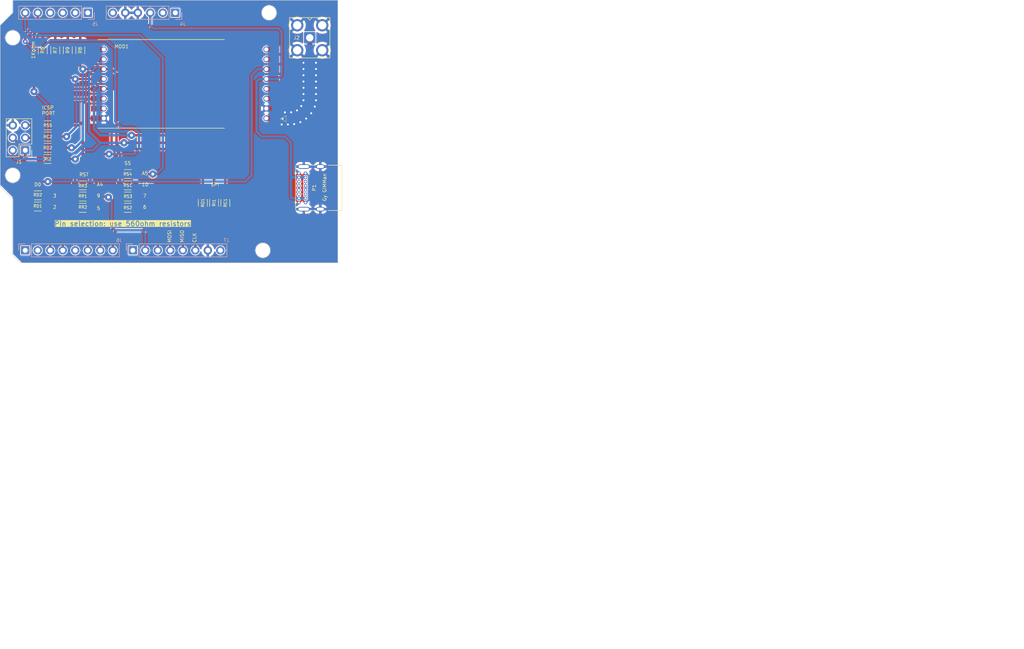
<source format=kicad_pcb>
(kicad_pcb (version 20240108) (generator "pcbnew") (generator_version "8.0")
  (title_block (title "Nodo Arduino") (date "2023-11-14") (rev "1.1") (company "Apogeo Space") (comment 1 "By GiMMan"))
  (layers (0 "F.Cu" signal) (31 "B.Cu" signal) (34 "B.Paste" user) (35 "F.Paste" user) (36 "B.SilkS" user "B.Silkscreen") (37 "F.SilkS" user "F.Silkscreen") (38 "B.Mask" user) (39 "F.Mask" user) (44 "Edge.Cuts" user))
  (net 0 "")
  (net 1 "D0")
  (net 2 "RST")
  (net 9 "+5V")
  (net 10 "GND")
  (net 11 "SS")
  (net 12 "CLK")
  (net 13 "MISO")
  (net 14 "MOSI")
  (net 15 "Net-(J2-In)")
  (net 23 "Net-(J5-Pin_5)")
  (net 24 "Net-(J5-Pin_6)")
  (net 27 "Net-(J6-Pin_3)")
  (net 28 "Net-(J6-Pin_4)")
  (net 30 "Net-(J6-Pin_6)")
  (net 31 "Net-(J6-Pin_7)")
  (net 32 "Net-(J6-Pin_8)")
  (net 34 "Net-(J7-Pin_2)")
  (net 35 "Net-(J7-Pin_3)")
  (net 36 "Net-(J7-Pin_4)")
  (net 37 "Net-(J7-Pin_6)")
  (net 39 "Net-(P1-D+-PadA6)")
  (net 41 "Net-(P1-D+-PadB6)")
  (net 43 "Net-(J1-Pin_1)")
  (net 44 "Net-(J1-Pin_3)")
  (net 45 "Net-(J1-Pin_4)")
  (net 46 "Net-(J1-Pin_5)")
  (net 47 "Net-(J7-Pin_5)")
  (footprint "Resistor_SMD:R_1206_3216Metric_Pad1.30x1.75mm_HandSolder" (layer "F.Cu") (at 83.82 87.884)
    (property "Reference" "RD2" (at 0 -0.093 0) (layer "F.SilkS") (effects (font (size 0.6 0.6) (thickness 0.1))))
    (property "Value" "0" (hide yes))
    (pad "1" smd roundrect (at -1.55 0) (size 1.3 1.75) (layers "F.Cu" "F.Paste" "F.Mask") (roundrect_rratio 0.1923076923) (net 1 "D0"))
    (pad "2" smd roundrect (at 1.55 0) (size 1.3 1.75) (layers "F.Cu" "F.Paste" "F.Mask") (roundrect_rratio 0.1923076923) (net 28 "Net-(J6-Pin_4)"))
  )
  (footprint "Resistor_SMD:R_1206_3216Metric_Pad1.30x1.75mm_HandSolder" (layer "F.Cu") (at 102.108 85.852)
    (property "Reference" "RS1" (at 0 0 0) (layer "F.SilkS") (effects (font (size 0.6 0.6) (thickness 0.1))))
    (property "Value" "560" (hide yes))
    (pad "1" smd roundrect (at -1.55 0) (size 1.3 1.75) (layers "F.Cu" "F.Paste" "F.Mask") (roundrect_rratio 0.1923076923) (net 11 "SS"))
    (pad "2" smd roundrect (at 1.55 0) (size 1.3 1.75) (layers "F.Cu" "F.Paste" "F.Mask") (roundrect_rratio 0.1923076923) (net 35 "Net-(J7-Pin_3)"))
  )
  (footprint "Resistor_SMD:R_1206_3216Metric_Pad1.30x1.75mm_HandSolder" (layer "F.Cu") (at 119.634 89.408 -90)
    (property "Reference" "RI1" (at 0 0 90) (layer "F.SilkS") (effects (font (size 0.6 0.6) (thickness 0.1))))
    (property "Value" "560" (hide yes))
    (pad "1" smd roundrect (at -1.55 0 270) (size 1.3 1.75) (layers "F.Cu" "F.Paste" "F.Mask") (roundrect_rratio 0.1923076923) (net 13 "MISO"))
    (pad "2" smd roundrect (at 1.55 0 270) (size 1.3 1.75) (layers "F.Cu" "F.Paste" "F.Mask") (roundrect_rratio 0.1923076923) (net 47 "Net-(J7-Pin_5)"))
  )
  (footprint "Resistor_SMD:R_1206_3216Metric_Pad1.30x1.75mm_HandSolder" (layer "F.Cu") (at 85.852 73.66)
    (property "Reference" "RS5" (at 0 0 0) (layer "F.SilkS") (effects (font (size 0.6 0.6) (thickness 0.1))))
    (property "Value" "560" (hide yes))
    (pad "1" smd roundrect (at -1.55 0) (size 1.3 1.75) (layers "F.Cu" "F.Paste" "F.Mask") (roundrect_rratio 0.1923076923) (net 46 "Net-(J1-Pin_5)"))
    (pad "2" smd roundrect (at 1.55 0) (size 1.3 1.75) (layers "F.Cu" "F.Paste" "F.Mask") (roundrect_rratio 0.1923076923) (net 2 "RST"))
  )
  (footprint "Resistor_SMD:R_1206_3216Metric_Pad1.30x1.75mm_HandSolder" (layer "F.Cu") (at 92.964 90.424)
    (property "Reference" "RR2" (at 0 -0.129 0) (layer "F.SilkS") (effects (font (size 0.6 0.6) (thickness 0.1))))
    (property "Value" "560" (hide yes))
    (pad "1" smd roundrect (at -1.55 0) (size 1.3 1.75) (layers "F.Cu" "F.Paste" "F.Mask") (roundrect_rratio 0.1923076923) (net 2 "RST"))
    (pad "2" smd roundrect (at 1.55 0) (size 1.3 1.75) (layers "F.Cu" "F.Paste" "F.Mask") (roundrect_rratio 0.1923076923) (net 30 "Net-(J6-Pin_6)"))
  )
  (footprint "Resistor_SMD:R_1206_3216Metric_Pad1.30x1.75mm_HandSolder" (layer "F.Cu") (at 117.348 89.408 -90)
    (property "Reference" "RO1" (at 0 0 90) (layer "F.SilkS") (effects (font (size 0.6 0.6) (thickness 0.1))))
    (property "Value" "560" (hide yes))
    (pad "1" smd roundrect (at -1.55 0 270) (size 1.3 1.75) (layers "F.Cu" "F.Paste" "F.Mask") (roundrect_rratio 0.1923076923) (net 14 "MOSI"))
    (pad "2" smd roundrect (at 1.55 0 270) (size 1.3 1.75) (layers "F.Cu" "F.Paste" "F.Mask") (roundrect_rratio 0.1923076923) (net 36 "Net-(J7-Pin_4)"))
  )
  (footprint "Resistor_SMD:R_1206_3216Metric_Pad1.30x1.75mm_HandSolder" (layer "F.Cu") (at 83.82 90.17)
    (property "Reference" "RD1" (at 0 -0.105 0) (layer "F.SilkS") (effects (font (size 0.6 0.6) (thickness 0.1))))
    (property "Value" "0" (hide yes))
    (pad "1" smd roundrect (at -1.55 0) (size 1.3 1.75) (layers "F.Cu" "F.Paste" "F.Mask") (roundrect_rratio 0.1923076923) (net 1 "D0"))
    (pad "2" smd roundrect (at 1.55 0) (size 1.3 1.75) (layers "F.Cu" "F.Paste" "F.Mask") (roundrect_rratio 0.1923076923) (net 27 "Net-(J6-Pin_3)"))
  )
  (footprint "Resistor_SMD:R_1206_3216Metric_Pad1.30x1.75mm_HandSolder" (layer "F.Cu") (at 85.852 78.232)
    (property "Reference" "RO2" (at 0 0 0) (layer "F.SilkS") (effects (font (size 0.6 0.6) (thickness 0.1))))
    (property "Value" "560" (hide yes))
    (pad "1" smd roundrect (at -1.55 0) (size 1.3 1.75) (layers "F.Cu" "F.Paste" "F.Mask") (roundrect_rratio 0.1923076923) (net 45 "Net-(J1-Pin_4)"))
    (pad "2" smd roundrect (at 1.55 0) (size 1.3 1.75) (layers "F.Cu" "F.Paste" "F.Mask") (roundrect_rratio 0.1923076923) (net 14 "MOSI"))
  )
  (footprint "Connettori_P:USB_C_Receptacle_GCT_USB4085" (layer "F.Cu") (at 136.864 89.342 90)
    (property "Reference" "P1" (at 2.982 3.09 90) (layer "F.SilkS") (effects (font (size 0.7 0.7) (thickness 0.1))))
    (property "Value" "USB_C_Plug_USB2.0" (hide yes))
    (pad "A1" thru_hole circle (at 0 0 90) (size 0.7 0.7) (drill 0.4) (layers "*.Cu" "*.Mask") (net 10 "GND"))
    (pad "A4" thru_hole circle (at 0.85 0 90) (size 0.7 0.7) (drill 0.4) (layers "*.Cu" "*.Mask") (net 9 "+5V"))
    (pad "A5" thru_hole circle (at 1.7 0 90) (size 0.7 0.7) (drill 0.4) (layers "*.Cu" "*.Mask"))
    (pad "A6" thru_hole circle (at 2.55 0 90) (size 0.7 0.7) (drill 0.4) (layers "*.Cu" "*.Mask") (net 39 "Net-(P1-D+-PadA6)"))
    (pad "A7" thru_hole circle (at 3.4 0 90) (size 0.7 0.7) (drill 0.4) (layers "*.Cu" "*.Mask") (net 39 "Net-(P1-D+-PadA6)"))
    (pad "A8" thru_hole circle (at 4.25 0 90) (size 0.7 0.7) (drill 0.4) (layers "*.Cu" "*.Mask"))
    (pad "A9" thru_hole circle (at 5.1 0 90) (size 0.7 0.7) (drill 0.4) (layers "*.Cu" "*.Mask") (net 9 "+5V"))
    (pad "A12" thru_hole circle (at 5.95 0 90) (size 0.7 0.7) (drill 0.4) (layers "*.Cu" "*.Mask") (net 10 "GND"))
    (pad "B1" thru_hole circle (at 5.95 1.35 90) (size 0.7 0.7) (drill 0.4) (layers "*.Cu" "*.Mask") (net 10 "GND"))
    (pad "B4" thru_hole circle (at 5.1 1.35 90) (size 0.7 0.7) (drill 0.4) (layers "*.Cu" "*.Mask") (net 9 "+5V"))
    (pad "B5" thru_hole circle (at 4.25 1.35 90) (size 0.7 0.7) (drill 0.4) (layers "*.Cu" "*.Mask"))
    (pad "B6" thru_hole circle (at 3.4 1.35 90) (size 0.7 0.7) (drill 0.4) (layers "*.Cu" "*.Mask") (net 41 "Net-(P1-D+-PadB6)"))
    (pad "B7" thru_hole circle (at 2.55 1.35 90) (size 0.7 0.7) (drill 0.4) (layers "*.Cu" "*.Mask") (net 41 "Net-(P1-D+-PadB6)"))
    (pad "B8" thru_hole circle (at 1.7 1.35 90) (size 0.7 0.7) (drill 0.4) (layers "*.Cu" "*.Mask"))
    (pad "B9" thru_hole circle (at 0.85 1.35 90) (size 0.7 0.7) (drill 0.4) (layers "*.Cu" "*.Mask") (net 9 "+5V"))
    (pad "B12" thru_hole circle (at 0 1.35 90) (size 0.7 0.7) (drill 0.4) (layers "*.Cu" "*.Mask") (net 10 "GND"))
    (pad "S1" thru_hole oval (at -1.35 0.98 90) (size 0.9 2.4) (drill oval 0.6 2.1) (layers "*.Cu" "*.Mask") (net 10 "GND"))
    (pad "S1" thru_hole oval (at -1.35 4.36 90) (size 0.9 1.7) (drill oval 0.6 1.4) (layers "*.Cu" "*.Mask") (net 10 "GND"))
    (pad "S1" thru_hole oval (at 7.3 0.98 90) (size 0.9 2.4) (drill oval 0.6 2.1) (layers "*.Cu" "*.Mask") (net 10 "GND"))
    (pad "S1" thru_hole oval (at 7.3 4.36 90) (size 0.9 1.7) (drill oval 0.6 1.4) (layers "*.Cu" "*.Mask") (net 10 "GND"))
  )
  (footprint "Resistor_SMD:R_1206_3216Metric_Pad1.30x1.75mm_HandSolder" (layer "F.Cu") (at 102.108 90.424)
    (property "Reference" "RS2" (at 0 -0.012 0) (layer "F.SilkS") (effects (font (size 0.6 0.6) (thickness 0.1))))
    (property "Value" "560" (hide yes))
    (pad "1" smd roundrect (at -1.55 0) (size 1.3 1.75) (layers "F.Cu" "F.Paste" "F.Mask") (roundrect_rratio 0.1923076923) (net 11 "SS"))
    (pad "2" smd roundrect (at 1.55 0) (size 1.3 1.75) (layers "F.Cu" "F.Paste" "F.Mask") (roundrect_rratio 0.1923076923) (net 31 "Net-(J6-Pin_7)"))
  )
  (footprint "Acies:XCVR_RFM98PW" (layer "F.Cu") (at 113.74 65.25 180)
    (property "Reference" "MOD1" (at 12.902 7.592 0) (layer "F.SilkS") (effects (font (size 0.7 0.7) (thickness 0.1))))
    (property "Value" "RFM98PW" (hide yes))
    (pad "1" smd rect (at -17.7 -7 180) (size 2.8 1.2) (layers "F.Cu" "F.Paste" "F.Mask") (net 15 "Net-(J2-In)"))
    (pad "1" thru_hole circle (at -16.5 -7 180) (size 1.2 1.2) (drill 0.8) (layers "*.Cu" "*.Mask") (net 15 "Net-(J2-In)"))
    (pad "2" smd rect (at -17.7 -5 180) (size 2.8 1.2) (layers "F.Cu" "F.Paste" "F.Mask") (net 10 "GND"))
    (pad "2" thru_hole circle (at -16.5 -5 180) (size 1.2 1.2) (drill 0.8) (layers "*.Cu" "*.Mask") (net 10 "GND"))
    (pad "3" smd rect (at -17.7 -3 180) (size 2.8 1.2) (layers "F.Cu" "F.Paste" "F.Mask"))
    (pad "3" thru_hole circle (at -16.5 -3 180) (size 1.2 1.2) (drill 0.8) (layers "*.Cu" "*.Mask"))
    (pad "4" smd rect (at -17.7 -1 180) (size 2.8 1.2) (layers "F.Cu" "F.Paste" "F.Mask"))
    (pad "4" thru_hole circle (at -16.5 -1 180) (size 1.2 1.2) (drill 0.8) (layers "*.Cu" "*.Mask"))
    (pad "5" smd rect (at -17.7 1 180) (size 2.8 1.2) (layers "F.Cu" "F.Paste" "F.Mask") (net 9 "+5V"))
    (pad "5" thru_hole circle (at -16.5 1 180) (size 1.2 1.2) (drill 0.8) (layers "*.Cu" "*.Mask") (net 9 "+5V"))
    (pad "6" smd rect (at -17.7 3 180) (size 2.8 1.2) (layers "F.Cu" "F.Paste" "F.Mask") (net 1 "D0"))
    (pad "6" thru_hole circle (at -16.5 3 180) (size 1.2 1.2) (drill 0.8) (layers "*.Cu" "*.Mask") (net 1 "D0"))
    (pad "7" smd rect (at -17.7 5 180) (size 2.8 1.2) (layers "F.Cu" "F.Paste" "F.Mask"))
    (pad "7" thru_hole circle (at -16.5 5 180) (size 1.2 1.2) (drill 0.8) (layers "*.Cu" "*.Mask"))
    (pad "8" smd rect (at -17.7 7 180) (size 2.8 1.2) (layers "F.Cu" "F.Paste" "F.Mask"))
    (pad "8" thru_hole circle (at -16.5 7 180) (size 1.2 1.2) (drill 0.8) (layers "*.Cu" "*.Mask"))
    (pad "9" thru_hole circle (at 16.5 7 180) (size 1.2 1.2) (drill 0.8) (layers "*.Cu" "*.Mask"))
    (pad "9" smd rect (at 17.7 7 180) (size 2.8 1.2) (layers "F.Cu" "F.Paste" "F.Mask"))
    (pad "10" thru_hole circle (at 16.5 5 180) (size 1.2 1.2) (drill 0.8) (layers "*.Cu" "*.Mask") (net 13 "MISO"))
    (pad "10" smd rect (at 17.7 5 180) (size 2.8 1.2) (layers "F.Cu" "F.Paste" "F.Mask") (net 13 "MISO"))
    (pad "11" thru_hole circle (at 16.5 3 180) (size 1.2 1.2) (drill 0.8) (layers "*.Cu" "*.Mask") (net 14 "MOSI"))
    (pad "11" smd rect (at 17.7 3 180) (size 2.8 1.2) (layers "F.Cu" "F.Paste" "F.Mask") (net 14 "MOSI"))
    (pad "12" thru_hole circle (at 16.5 1 180) (size 1.2 1.2) (drill 0.8) (layers "*.Cu" "*.Mask") (net 12 "CLK"))
    (pad "12" smd rect (at 17.7 1 180) (size 2.8 1.2) (layers "F.Cu" "F.Paste" "F.Mask") (net 12 "CLK"))
    (pad "13" thru_hole circle (at 16.5 -1 180) (size 1.2 1.2) (drill 0.8) (layers "*.Cu" "*.Mask") (net 11 "SS"))
    (pad "13" smd rect (at 17.7 -1 180) (size 2.8 1.2) (layers "F.Cu" "F.Paste" "F.Mask") (net 11 "SS"))
    (pad "14" thru_hole circle (at 16.5 -3 180) (size 1.2 1.2) (drill 0.8) (layers "*.Cu" "*.Mask") (net 2 "RST"))
    (pad "14" smd rect (at 17.7 -3 180) (size 2.8 1.2) (layers "F.Cu" "F.Paste" "F.Mask") (net 2 "RST"))
    (pad "15" thru_hole circle (at 16.5 -5 180) (size 1.2 1.2) (drill 0.8) (layers "*.Cu" "*.Mask"))
    (pad "15" smd rect (at 17.7 -5 180) (size 2.8 1.2) (layers "F.Cu" "F.Paste" "F.Mask"))
    (pad "16" thru_hole circle (at 16.5 -7 180) (size 1.2 1.2) (drill 0.8) (layers "*.Cu" "*.Mask") (net 10 "GND"))
    (pad "16" smd rect (at 17.7 -7 180) (size 2.8 1.2) (layers "F.Cu" "F.Paste" "F.Mask") (net 10 "GND"))
    (pad "17" smd roundrect (at -3.1 1.75 180) (size 11.6 4.7) (layers "F.Cu" "F.Paste" "F.Mask") (net 10 "GND"))
  )
  (footprint "Resistor_SMD:R_1206_3216Metric_Pad1.30x1.75mm_HandSolder" (layer "F.Cu") (at 85.852 80.518)
    (property "Reference" "RI2" (at 0 0 0) (layer "F.SilkS") (effects (font (size 0.6 0.6) (thickness 0.1))))
    (property "Value" "560" (hide yes))
    (pad "1" smd roundrect (at -1.55 0) (size 1.3 1.75) (layers "F.Cu" "F.Paste" "F.Mask") (roundrect_rratio 0.1923076923) (net 43 "Net-(J1-Pin_1)"))
    (pad "2" smd roundrect (at 1.55 0) (size 1.3 1.75) (layers "F.Cu" "F.Paste" "F.Mask") (roundrect_rratio 0.1923076923) (net 13 "MISO"))
  )
  (footprint "Resistor_SMD:R_1206_3216Metric_Pad1.30x1.75mm_HandSolder" (layer "F.Cu") (at 89.916 58.42 90)
    (property "Reference" "R9" (at 0.026 0 90) (layer "F.SilkS") (effects (font (size 0.7 0.7) (thickness 0.1))))
    (property "Value" "1K" (hide yes))
    (pad "1" smd roundrect (at -1.55 0 90) (size 1.3 1.75) (layers "F.Cu" "F.Paste" "F.Mask") (roundrect_rratio 0.1923076923) (net 12 "CLK"))
    (pad "2" smd roundrect (at 1.55 0 90) (size 1.3 1.75) (layers "F.Cu" "F.Paste" "F.Mask") (roundrect_rratio 0.1923076923) (net 10 "GND"))
  )
  (footprint "Resistor_SMD:R_1206_3216Metric_Pad1.30x1.75mm_HandSolder" (layer "F.Cu") (at 92.456 58.42 90)
    (property "Reference" "R8" (at 0 -0.024 90) (layer "F.SilkS") (effects (font (size 0.7 0.7) (thickness 0.1))))
    (property "Value" "1K" (hide yes))
    (pad "1" smd roundrect (at -1.55 0 90) (size 1.3 1.75) (layers "F.Cu" "F.Paste" "F.Mask") (roundrect_rratio 0.1923076923) (net 14 "MOSI"))
    (pad "2" smd roundrect (at 1.55 0 90) (size 1.3 1.75) (layers "F.Cu" "F.Paste" "F.Mask") (roundrect_rratio 0.1923076923) (net 10 "GND"))
  )
  (footprint "Resistor_SMD:R_1206_3216Metric_Pad1.30x1.75mm_HandSolder" (layer "F.Cu") (at 102.108 83.566 180)
    (property "Reference" "RS4" (at 0.026 0 0) (layer "F.SilkS") (effects (font (size 0.6 0.6) (thickness 0.1))))
    (property "Value" "560" (hide yes))
    (pad "1" smd roundrect (at -1.55 0 180) (size 1.3 1.75) (layers "F.Cu" "F.Paste" "F.Mask") (roundrect_rratio 0.1923076923) (net 24 "Net-(J5-Pin_6)"))
    (pad "2" smd roundrect (at 1.55 0 180) (size 1.3 1.75) (layers "F.Cu" "F.Paste" "F.Mask") (roundrect_rratio 0.1923076923) (net 11 "SS"))
  )
  (footprint "Resistor_SMD:R_1206_3216Metric_Pad1.30x1.75mm_HandSolder" (layer "F.Cu") (at 92.964 85.852 180)
    (property "Reference" "RR3" (at 0 -0.117 0) (layer "F.SilkS") (effects (font (size 0.6 0.6) (thickness 0.1))))
    (property "Value" "560" (hide yes))
    (pad "1" smd roundrect (at -1.55 0 180) (size 1.3 1.75) (layers "F.Cu" "F.Paste" "F.Mask") (roundrect_rratio 0.1923076923) (net 23 "Net-(J5-Pin_5)"))
    (pad "2" smd roundrect (at 1.55 0 180) (size 1.3 1.75) (layers "F.Cu" "F.Paste" "F.Mask") (roundrect_rratio 0.1923076923) (net 2 "RST"))
  )
  (footprint "Resistor_SMD:R_1206_3216Metric_Pad1.30x1.75mm_HandSolder" (layer "F.Cu") (at 84.836 58.42 90)
    (property "Reference" "R6" (at 0 -0.072 90) (layer "F.SilkS") (effects (font (size 0.7 0.7) (thickness 0.1))))
    (property "Value" "1K" (hide yes))
    (pad "1" smd roundrect (at -1.55 0 90) (size 1.3 1.75) (layers "F.Cu" "F.Paste" "F.Mask") (roundrect_rratio 0.1923076923) (net 2 "RST"))
    (pad "2" smd roundrect (at 1.55 0 90) (size 1.3 1.75) (layers "F.Cu" "F.Paste" "F.Mask") (roundrect_rratio 0.1923076923) (net 10 "GND"))
  )
  (footprint "Amphenol:SMA_Amphenol_901-143_Horizontal" (layer "F.Cu") (at 139.065 55.88 -90)
    (property "Reference" "J2" (at 0 2.667 180) (layer "F.SilkS") (effects (font (size 0.7 0.7) (thickness 0.1))))
    (property "Value" "Conn_Coaxial" (hide yes))
    (pad "1" thru_hole roundrect (at 0 0 270) (size 2.3 2.3) (drill 1.5) (layers "*.Cu" "*.Mask") (roundrect_rratio 0.087) (net 15 "Net-(J2-In)"))
    (pad "2" thru_hole circle (at -2.54 -2.54 270) (size 2.5 2.5) (drill 1.7) (layers "*.Cu" "*.Mask") (net 10 "GND"))
    (pad "2" thru_hole circle (at -2.54 2.54 270) (size 2.5 2.5) (drill 1.7) (layers "*.Cu" "*.Mask") (net 10 "GND"))
    (pad "2" thru_hole circle (at 2.54 -2.54 270) (size 2.5 2.5) (drill 1.7) (layers "*.Cu" "*.Mask") (net 10 "GND"))
    (pad "2" thru_hole circle (at 2.54 2.54 270) (size 2.5 2.5) (drill 1.7) (layers "*.Cu" "*.Mask") (net 10 "GND"))
  )
  (footprint "Resistor_SMD:R_1206_3216Metric_Pad1.30x1.75mm_HandSolder" (layer "F.Cu") (at 121.92 89.408 90)
    (property "Reference" "RC1" (at 0 0 90) (layer "F.SilkS") (effects (font (size 0.6 0.6) (thickness 0.1))))
    (property "Value" "560" (hide yes))
    (pad "1" smd roundrect (at -1.55 0 90) (size 1.3 1.75) (layers "F.Cu" "F.Paste" "F.Mask") (roundrect_rratio 0.1923076923) (net 37 "Net-(J7-Pin_6)"))
    (pad "2" smd roundrect (at 1.55 0 90) (size 1.3 1.75) (layers "F.Cu" "F.Paste" "F.Mask") (roundrect_rratio 0.1923076923) (net 12 "CLK"))
  )
  (footprint "Connector_PinHeader_2.54mm:PinHeader_2x03_P2.54mm_Vertical" (layer "F.Cu") (at 81.28 78.74 180)
    (property "Reference" "J1" (at 1.27 -2.33 0) (layer "F.SilkS") (effects (font (size 0.7 0.7) (thickness 0.1))))
    (property "Value" "Conn_02x03_Odd_Even" (hide yes))
    (pad "1" thru_hole rect (at 0 0 180) (size 1.7 1.7) (drill 1) (layers "*.Cu" "*.Mask") (net 43 "Net-(J1-Pin_1)"))
    (pad "2" thru_hole oval (at 2.54 0 180) (size 1.7 1.7) (drill 1) (layers "*.Cu" "*.Mask") (net 9 "+5V"))
    (pad "3" thru_hole oval (at 0 2.54 180) (size 1.7 1.7) (drill 1) (layers "*.Cu" "*.Mask") (net 44 "Net-(J1-Pin_3)"))
    (pad "4" thru_hole oval (at 2.54 2.54 180) (size 1.7 1.7) (drill 1) (layers "*.Cu" "*.Mask") (net 45 "Net-(J1-Pin_4)"))
    (pad "5" thru_hole oval (at 0 5.08 180) (size 1.7 1.7) (drill 1) (layers "*.Cu" "*.Mask") (net 46 "Net-(J1-Pin_5)"))
    (pad "6" thru_hole oval (at 2.54 5.08 180) (size 1.7 1.7) (drill 1) (layers "*.Cu" "*.Mask") (net 10 "GND"))
  )
  (footprint "Resistor_SMD:R_1206_3216Metric_Pad1.30x1.75mm_HandSolder" (layer "F.Cu") (at 92.964 88.138)
    (property "Reference" "RR1" (at 0 -0.084 0) (layer "F.SilkS") (effects (font (size 0.6 0.6) (thickness 0.1))))
    (property "Value" "560" (hide yes))
    (pad "1" smd roundrect (at -1.55 0) (size 1.3 1.75) (layers "F.Cu" "F.Paste" "F.Mask") (roundrect_rratio 0.1923076923) (net 2 "RST"))
    (pad "2" smd roundrect (at 1.55 0) (size 1.3 1.75) (layers "F.Cu" "F.Paste" "F.Mask") (roundrect_rratio 0.1923076923) (net 34 "Net-(J7-Pin_2)"))
  )
  (footprint "Resistor_SMD:R_1206_3216Metric_Pad1.30x1.75mm_HandSolder" (layer "F.Cu") (at 85.852 75.946 180)
    (property "Reference" "RC2" (at 0 -0.048 0) (layer "F.SilkS") (effects (font (size 0.6 0.6) (thickness 0.1))))
    (property "Value" "560" (hide yes))
    (pad "1" smd roundrect (at -1.55 0 180) (size 1.3 1.75) (layers "F.Cu" "F.Paste" "F.Mask") (roundrect_rratio 0.1923076923) (net 12 "CLK"))
    (pad "2" smd roundrect (at 1.55 0 180) (size 1.3 1.75) (layers "F.Cu" "F.Paste" "F.Mask") (roundrect_rratio 0.1923076923) (net 44 "Net-(J1-Pin_3)"))
  )
  (footprint "Resistor_SMD:R_1206_3216Metric_Pad1.30x1.75mm_HandSolder" (layer "F.Cu") (at 87.376 58.42 90)
    (property "Reference" "R7" (at 0 0 90) (layer "F.SilkS") (effects (font (size 0.7 0.7) (thickness 0.1))))
    (property "Value" "1K" (hide yes))
    (pad "1" smd roundrect (at -1.55 0 90) (size 1.3 1.75) (layers "F.Cu" "F.Paste" "F.Mask") (roundrect_rratio 0.1923076923) (net 11 "SS"))
    (pad "2" smd roundrect (at 1.55 0 90) (size 1.3 1.75) (layers "F.Cu" "F.Paste" "F.Mask") (roundrect_rratio 0.1923076923) (net 10 "GND"))
  )
  (footprint "Resistor_SMD:R_1206_3216Metric_Pad1.30x1.75mm_HandSolder" (layer "F.Cu") (at 102.108 88.138)
    (property "Reference" "RS3" (at 0.026 -0.024 0) (layer "F.SilkS") (effects (font (size 0.6 0.6) (thickness 0.1))))
    (property "Value" "560" (hide yes))
    (pad "1" smd roundrect (at -1.55 0) (size 1.3 1.75) (layers "F.Cu" "F.Paste" "F.Mask") (roundrect_rratio 0.1923076923) (net 11 "SS"))
    (pad "2" smd roundrect (at 1.55 0) (size 1.3 1.75) (layers "F.Cu" "F.Paste" "F.Mask") (roundrect_rratio 0.1923076923) (net 32 "Net-(J6-Pin_8)"))
  )
  (footprint "Connector_PinHeader_2.54mm:PinHeader_1x06_P2.54mm_Vertical" (layer "B.Cu") (at 111.76 50.8 90)
    (property "Reference" "J4" (at -2.286 1.524 180) (layer "B.SilkS") (effects (font (size 0.7 0.7) (thickness 0.1)) (justify mirror)))
    (property "Value" "Conn_01x06_Pin" (hide yes))
    (pad "1" thru_hole rect (at 0 0 90) (size 1.7 1.7) (drill 1) (layers "*.Cu" "*.Mask"))
    (pad "2" thru_hole oval (at 0 -2.54 90) (size 1.7 1.7) (drill 1) (layers "*.Cu" "*.Mask"))
    (pad "3" thru_hole oval (at 0 -5.08 90) (size 1.7 1.7) (drill 1) (layers "*.Cu" "*.Mask") (net 9 "+5V"))
    (pad "4" thru_hole oval (at 0 -7.62 90) (size 1.7 1.7) (drill 1) (layers "*.Cu" "*.Mask") (net 10 "GND"))
    (pad "5" thru_hole oval (at 0 -10.16 90) (size 1.7 1.7) (drill 1) (layers "*.Cu" "*.Mask") (net 10 "GND"))
    (pad "6" thru_hole oval (at 0 -12.7 90) (size 1.7 1.7) (drill 1) (layers "*.Cu" "*.Mask"))
  )
  (footprint "Connector_PinHeader_2.54mm:PinHeader_1x08_P2.54mm_Vertical" (layer "B.Cu") (at 103.124 99.06 -90)
    (property "Reference" "J7" (at -2.032 -19.05 180) (layer "B.SilkS") (effects (font (size 0.7 0.7) (thickness 0.1)) (justify mirror)))
    (property "Value" "Conn_01x08_Pin" (hide yes))
    (pad "1" thru_hole rect (at 0 0 270) (size 1.7 1.7) (drill 1) (layers "*.Cu" "*.Mask"))
    (pad "2" thru_hole oval (at 0 -2.54 270) (size 1.7 1.7) (drill 1) (layers "*.Cu" "*.Mask") (net 34 "Net-(J7-Pin_2)"))
    (pad "3" thru_hole oval (at 0 -5.08 270) (size 1.7 1.7) (drill 1) (layers "*.Cu" "*.Mask") (net 35 "Net-(J7-Pin_3)"))
    (pad "4" thru_hole oval (at 0 -7.62 270) (size 1.7 1.7) (drill 1) (layers "*.Cu" "*.Mask") (net 36 "Net-(J7-Pin_4)"))
    (pad "5" thru_hole oval (at 0 -10.16 270) (size 1.7 1.7) (drill 1) (layers "*.Cu" "*.Mask") (net 47 "Net-(J7-Pin_5)"))
    (pad "6" thru_hole oval (at 0 -12.7 270) (size 1.7 1.7) (drill 1) (layers "*.Cu" "*.Mask") (net 37 "Net-(J7-Pin_6)"))
    (pad "7" thru_hole oval (at 0 -15.24 270) (size 1.7 1.7) (drill 1) (layers "*.Cu" "*.Mask") (net 10 "GND"))
    (pad "8" thru_hole oval (at 0 -17.78 270) (size 1.7 1.7) (drill 1) (layers "*.Cu" "*.Mask"))
  )
  (footprint "Connector_PinHeader_2.54mm:PinHeader_1x08_P2.54mm_Vertical" (layer "B.Cu") (at 81.28 99.06 -90)
    (property "Reference" "J6" (at -2.032 -19.05 180) (layer "B.SilkS") (effects (font (size 0.7 0.7) (thickness 0.1)) (justify mirror)))
    (property "Value" "Conn_01x08_Pin" (hide yes))
    (pad "1" thru_hole rect (at 0 0 270) (size 1.7 1.7) (drill 1) (layers "*.Cu" "*.Mask"))
    (pad "2" thru_hole oval (at 0 -2.54 270) (size 1.7 1.7) (drill 1) (layers "*.Cu" "*.Mask"))
    (pad "3" thru_hole oval (at 0 -5.08 270) (size 1.7 1.7) (drill 1) (layers "*.Cu" "*.Mask") (net 27 "Net-(J6-Pin_3)"))
    (pad "4" thru_hole oval (at 0 -7.62 270) (size 1.7 1.7) (drill 1) (layers "*.Cu" "*.Mask") (net 28 "Net-(J6-Pin_4)"))
    (pad "5" thru_hole oval (at 0 -10.16 270) (size 1.7 1.7) (drill 1) (layers "*.Cu" "*.Mask"))
    (pad "6" thru_hole oval (at 0 -12.7 270) (size 1.7 1.7) (drill 1) (layers "*.Cu" "*.Mask") (net 30 "Net-(J6-Pin_6)"))
    (pad "7" thru_hole oval (at 0 -15.24 270) (size 1.7 1.7) (drill 1) (layers "*.Cu" "*.Mask") (net 31 "Net-(J6-Pin_7)"))
    (pad "8" thru_hole oval (at 0 -17.78 270) (size 1.7 1.7) (drill 1) (layers "*.Cu" "*.Mask") (net 32 "Net-(J6-Pin_8)"))
  )
  (footprint "Connector_PinHeader_2.54mm:PinHeader_1x06_P2.54mm_Vertical" (layer "B.Cu") (at 93.98 50.8 90)
    (property "Reference" "J5" (at -2.286 1.524 180) (layer "B.SilkS") (effects (font (size 0.7 0.7) (thickness 0.1)) (justify mirror)))
    (property "Value" "Conn_01x06_Pin" (hide yes))
    (pad "1" thru_hole rect (at 0 0 90) (size 1.7 1.7) (drill 1) (layers "*.Cu" "*.Mask"))
    (pad "2" thru_hole oval (at 0 -2.54 90) (size 1.7 1.7) (drill 1) (layers "*.Cu" "*.Mask"))
    (pad "3" thru_hole oval (at 0 -5.08 90) (size 1.7 1.7) (drill 1) (layers "*.Cu" "*.Mask"))
    (pad "4" thru_hole oval (at 0 -7.62 90) (size 1.7 1.7) (drill 1) (layers "*.Cu" "*.Mask"))
    (pad "5" thru_hole oval (at 0 -10.16 90) (size 1.7 1.7) (drill 1) (layers "*.Cu" "*.Mask") (net 23 "Net-(J5-Pin_5)"))
    (pad "6" thru_hole oval (at 0 -12.7 90) (size 1.7 1.7) (drill 1) (layers "*.Cu" "*.Mask") (net 24 "Net-(J5-Pin_6)"))
  )
  (gr_line (start 134.313393 71.681656) (end 134.313393 72.951656) (stroke (width 0.05)) (layer "F.SilkS"))
  (gr_line (start 133.043393 72.316656) (end 134.313393 71.681656) (stroke (width 0.05)) (layer "F.SilkS"))
  (gr_line (start 134.313393 72.951656) (end 133.043393 72.316656) (stroke (width 0.05)) (layer "F.SilkS"))
  (gr_line (start 144.78 48.26) (end 144.78 101.6) (stroke (width 0.1)) (layer "Edge.Cuts"))
  (gr_circle (center 130.81 50.8) (end 132.32 50.8) (stroke (width 0.1)) (fill none) (layer "Edge.Cuts"))
  (gr_line (start 76.2 86.106) (end 76.2 53.34) (stroke (width 0.1)) (layer "Edge.Cuts"))
  (gr_line (start 78.74 50.8) (end 78.74 48.26) (stroke (width 0.1)) (layer "Edge.Cuts"))
  (gr_line (start 80.264 101.6) (end 78.74 100.076) (stroke (width 0.1)) (layer "Edge.Cuts"))
  (gr_line (start 78.74 88.646) (end 76.2 86.106) (stroke (width 0.1)) (layer "Edge.Cuts"))
  (gr_line (start 78.74 48.26) (end 144.78 48.26) (stroke (width 0.1)) (layer "Edge.Cuts"))
  (gr_circle (center 78.74 83.82) (end 80.25 83.82) (stroke (width 0.1)) (fill none) (layer "Edge.Cuts"))
  (gr_line (start 78.74 100.076) (end 78.74 88.646) (stroke (width 0.1)) (layer "Edge.Cuts"))
  (gr_line (start 76.2 53.34) (end 78.74 50.8) (stroke (width 0.1)) (layer "Edge.Cuts"))
  (gr_circle (center 78.74 55.88) (end 80.25 55.88) (stroke (width 0.1)) (fill none) (layer "Edge.Cuts"))
  (gr_circle (center 129.54 99.06) (end 131.05 99.06) (stroke (width 0.1)) (fill none) (layer "Edge.Cuts"))
  (gr_line (start 144.78 101.6) (end 80.264 101.6) (stroke (width 0.1)) (layer "Edge.Cuts"))
  (gr_text "RST" (at 92.202 84.074 0) (layer "F.SilkS") (effects (font (size 0.7 0.7) (thickness 0.1)) (justify left bottom)))
  (gr_text "A4" (at 95.758 86.106 0) (layer "F.SilkS") (effects (font (size 0.7 0.7) (thickness 0.1)) (justify left bottom)))
  (gr_text "5" (at 95.758 90.932 0) (layer "F.SilkS") (effects (font (size 0.7 0.7) (thickness 0.1)) (justify left bottom)))
  (gr_text "3" (at 86.868 88.392 0) (layer "F.SilkS") (effects (font (size 0.7 0.7) (thickness 0.1)) (justify left bottom)))
  (gr_text "MOSI" (at 110.998 97.536 90) (layer "F.SilkS") (effects (font (size 0.7 0.7) (thickness 0.1)) (justify left bottom)))
  (gr_text "SPI" (at 118.872 86.106 0) (layer "F.SilkS") (effects (font (size 0.7 0.7) (thickness 0.1)) (justify left bottom)))
  (gr_text "Gy GiMMan" (at 142.494 89.154 90) (layer "F.SilkS") (effects (font (size 0.7 0.7) (thickness 0.1)) (justify left bottom)))
  (gr_text "MISO" (at 113.538 97.536 90) (layer "F.SilkS") (effects (font (size 0.7 0.7) (thickness 0.1)) (justify left bottom)))
  (gr_text "6" (at 105.156 90.678 0) (layer "F.SilkS") (effects (font (size 0.7 0.7) (thickness 0.1)) (justify left bottom)))
  (gr_text "2" (at 86.868 90.678 0) (layer "F.SilkS") (effects (font (size 0.7 0.7) (thickness 0.1)) (justify left bottom)))
  (gr_text "ICSP\nPORT" (at 84.582 71.628 0) (layer "F.SilkS") (effects (font (size 0.7 0.7) (thickness 0.1)) (justify left bottom)))
  (gr_text "7" (at 105.156 88.392 0) (layer "F.SilkS") (effects (font (size 0.7 0.7) (thickness 0.1)) (justify left bottom)))
  (gr_text "CLK" (at 116.078 97.536 90) (layer "F.SilkS") (effects (font (size 0.7 0.7) (thickness 0.1)) (justify left bottom)))
  (gr_text "Pin selection: use 560ohm resistors" (at 87.122 94.234 0) (layer "F.SilkS" knockout) (effects (font (size 1 1)) (justify left bottom)))
  (gr_text "9" (at 95.758 88.392 0) (layer "F.SilkS") (effects (font (size 0.7 0.7) (thickness 0.1)) (justify left bottom)))
  (gr_text "1Kohm" (at 83.312 60.198 90) (layer "F.SilkS") (effects (font (size 0.7 0.7) (thickness 0.1)) (justify left bottom)))
  (gr_text "A5" (at 104.902 83.82 0) (layer "F.SilkS") (effects (font (size 0.7 0.7) (thickness 0.1)) (justify left bottom)))
  (gr_text "SS" (at 101.346 81.788 0) (layer "F.SilkS") (effects (font (size 0.7 0.7) (thickness 0.1)) (justify left bottom)))
  (gr_text "D0" (at 83.058 86.106 0) (layer "F.SilkS") (effects (font (size 0.7 0.7) (thickness 0.1)) (justify left bottom)))
  (gr_text "10" (at 104.902 86.106 0) (layer "F.SilkS") (effects (font (size 0.7 0.7) (thickness 0.1)) (justify left bottom)))
  (segment (start 82.27 87.884) (end 82.27 85.878) (width 0.5) (layer "F.Cu") (net 1))
  (segment (start 83.058 85.09) (end 85.852 85.09) (width 0.5) (layer "F.Cu") (net 1))
  (segment (start 82.27 85.878) (end 83.058 85.09) (width 0.5) (layer "F.Cu") (net 1))
  (segment (start 82.27 90.17) (end 82.27 87.884) (width 0.5) (layer "F.Cu") (net 1))
  (via (at 85.852 85.09) (size 1.5) (drill 0.6) (layers "F.Cu" "B.Cu") (net 1))
  (segment (start 125.984 85.09) (end 127.254 83.82) (width 0.5) (layer "B.Cu") (net 1))
  (segment (start 85.852 85.09) (end 125.984 85.09) (width 0.5) (layer "B.Cu") (net 1))
  (segment (start 128.504 62.25) (end 130.24 62.25) (width 0.5) (layer "B.Cu") (net 1))
  (segment (start 127.254 83.82) (end 127.254 63.5) (width 0.5) (layer "B.Cu") (net 1))
  (segment (start 127.254 63.5) (end 128.504 62.25) (width 0.5) (layer "B.Cu") (net 1))
  (segment (start 86.03 68.25) (end 84.836 67.056) (width 0.5) (layer "F.Cu") (net 2))
  (segment (start 92.964 74.676) (end 92.964 72.898) (width 0.5) (layer "F.Cu") (net 2))
  (segment (start 93.98 68.25) (end 86.03 68.25) (width 0.5) (layer "F.Cu") (net 2))
  (segment (start 91.414 88.138) (end 91.414 85.852) (width 0.5) (layer "F.Cu") (net 2))
  (segment (start 97.24 68.25) (end 93.98 68.25) (width 0.5) (layer "F.Cu") (net 2))
  (segment (start 92.202 73.66) (end 92.964 72.898) (width 0.5) (layer "F.Cu") (net 2))
  (segment (start 92.964 72.898) (end 92.964 69.266) (width 0.5) (layer "F.Cu") (net 2))
  (segment (start 92.964 69.266) (end 93.98 68.25) (width 0.5) (layer "F.Cu") (net 2))
  (segment (start 84.836 59.97) (end 84.836 67.056) (width 0.5) (layer "F.Cu") (net 2))
  (segment (start 92.964 82.55) (end 91.414 84.1) (width 0.5) (layer "F.Cu") (net 2))
  (segment (start 87.402 73.66) (end 92.202 73.66) (width 0.5) (layer "F.Cu") (net 2))
  (segment (start 92.964 74.676) (end 92.964 82.55) (width 0.5) (layer "F.Cu") (net 2))
  (segment (start 91.414 84.1) (end 91.414 85.852) (width 0.5) (layer "F.Cu") (net 2))
  (segment (start 97.24 68.25) (end 96.808 67.818) (width 0.5) (layer "F.Cu") (net 2))
  (segment (start 91.414 90.424) (end 91.414 88.138) (width 0.5) (layer "F.Cu") (net 2))
  (segment (start 83.058 66.802) (end 83.058 55.118) (width 0.5) (layer "F.Cu") (net 9))
  (segment (start 105.41 54.356) (end 106.68 53.086) (width 0.5) (layer "F.Cu") (net 9))
  (segment (start 83.82 54.356) (end 105.41 54.356) (width 0.5) (layer "F.Cu") (net 9))
  (segment (start 106.68 53.086) (end 106.68 50.8) (width 0.5) (layer "F.Cu") (net 9))
  (segment (start 83.058 55.118) (end 83.82 54.356) (width 0.5) (layer "F.Cu") (net 9))
  (via (at 83.058 66.802) (size 1.5) (drill 0.6) (layers "F.Cu" "B.Cu") (net 9))
  (segment (start 132.715 53.975) (end 107.315 53.975) (width 0.5) (layer "B.Cu") (net 9))
  (segment (start 83.058 66.802) (end 85.852 69.596) (width 0.5) (layer "B.Cu") (net 9))
  (segment (start 128.27 64.77) (end 128.27 74.93) (width 0.5) (layer "B.Cu") (net 9))
  (segment (start 130.24 64.25) (end 132.6 64.25) (width 0.5) (layer "B.Cu") (net 9))
  (segment (start 106.68 53.34) (end 106.68 50.8) (width 0.5) (layer "B.Cu") (net 9))
  (segment (start 130.24 64.25) (end 128.79 64.25) (width 0.5) (layer "B.Cu") (net 9))
  (segment (start 128.79 64.25) (end 128.27 64.77) (width 0.5) (layer "B.Cu") (net 9))
  (segment (start 85.344 80.518) (end 79.248 80.518) (width 0.5) (layer "B.Cu") (net 9))
  (segment (start 85.852 69.596) (end 85.852 80.01) (width 0.5) (layer "B.Cu") (net 9))
  (segment (start 107.315 53.975) (end 106.68 53.34) (width 0.5) (layer "B.Cu") (net 9))
  (segment (start 133.35 63.5) (end 133.35 54.61) (width 0.5) (layer "B.Cu") (net 9))
  (segment (start 138.214 84.228) (end 136.864 84.228) (width 0.5) (layer "B.Cu") (net 9))
  (segment (start 135.468 88.478) (end 135.255 88.265) (width 0.5) (layer "B.Cu") (net 9))
  (segment (start 135.482 84.228) (end 135.255 84.455) (width 0.5) (layer "B.Cu") (net 9))
  (segment (start 136.864 88.478) (end 135.468 88.478) (width 0.5) (layer "B.Cu") (net 9))
  (segment (start 133.985 75.946) (end 135.255 77.216) (width 0.5) (layer "B.Cu") (net 9))
  (segment (start 135.255 77.216) (end 135.255 84.001) (width 0.5) (layer "B.Cu") (net 9))
  (segment (start 135.255 84.001) (end 135.482 84.228) (width 0.5) (layer "B.Cu") (net 9))
  (segment (start 129.286 75.946) (end 133.985 75.946) (width 0.5) (layer "B.Cu") (net 9))
  (segment (start 133.35 54.61) (end 132.715 53.975) (width 0.5) (layer "B.Cu") (net 9))
  (segment (start 79.248 80.518) (end 78.74 80.01) (width 0.5) (layer "B.Cu") (net 9))
  (segment (start 138.214 88.478) (end 136.864 88.478) (width 0.5) (layer "B.Cu") (net 9))
  (segment (start 85.852 80.01) (end 85.344 80.518) (width 0.5) (layer "B.Cu") (net 9))
  (segment (start 135.255 88.265) (end 135.255 84.455) (width 0.5) (layer "B.Cu") (net 9))
  (segment (start 132.6 64.25) (end 133.35 63.5) (width 0.5) (layer "B.Cu") (net 9))
  (segment (start 78.74 80.01) (end 78.74 78.74) (width 0.5) (layer "B.Cu") (net 9))
  (segment (start 136.864 84.228) (end 135.482 84.228) (width 0.5) (layer "B.Cu") (net 9))
  (segment (start 128.27 74.93) (end 129.286 75.946) (width 0.5) (layer "B.Cu") (net 9))
  (via (at 137.795 64.77) (size 0.8) (drill 0.4) (layers "F.Cu" "B.Cu") (net 10))
  (via (at 140.335 67.31) (size 0.8) (drill 0.4) (layers "F.Cu" "B.Cu") (net 10))
  (via (at 134.021308 71.032727) (size 0.8) (drill 0.4) (layers "F.Cu" "B.Cu") (net 10))
  (via (at 140.335 63.5) (size 0.8) (drill 0.4) (layers "F.Cu" "B.Cu") (net 10))
  (via (at 140.086617 69.859253) (size 0.8) (drill 0.4) (layers "F.Cu" "B.Cu") (net 10))
  (via (at 137.343797 69.760285) (size 0.8) (drill 0.4) (layers "F.Cu" "B.Cu") (net 10))
  (via (at 137.795 63.5) (size 0.8) (drill 0.4) (layers "F.Cu" "B.Cu") (net 10))
  (via (at 137.795 67.31) (size 0.8) (drill 0.4) (layers "F.Cu" "B.Cu") (net 10))
  (via (at 137.795 62.23) (size 0.8) (drill 0.4) (layers "F.Cu" "B.Cu") (net 10))
  (via (at 137.795 68.58) (size 0.8) (drill 0.4) (layers "F.Cu" "B.Cu") (net 10))
  (via (at 137.795 60.96) (size 0.8) (drill 0.4) (layers "F.Cu" "B.Cu") (net 10))
  (via (at 136.467225 70.636856) (size 0.8) (drill 0.4) (layers "F.Cu" "B.Cu") (net 10))
  (via (at 140.335 66.04) (size 0.8) (drill 0.4) (layers "F.Cu" "B.Cu") (net 10))
  (via (at 140.335 64.77) (size 0.8) (drill 0.4) (layers "F.Cu" "B.Cu") (net 10))
  (via (at 135.29375 71.018589) (size 0.8) (drill 0.4) (layers "F.Cu" "B.Cu") (net 10))
  (via (at 134.629253 73.492783) (size 0.8) (drill 0.4) (layers "F.Cu" "B.Cu") (net 10))
  (via (at 140.335 68.58) (size 0.8) (drill 0.4) (layers "F.Cu" "B.Cu") (net 10))
  (via (at 140.335 60.96) (size 0.8) (drill 0.4) (layers "F.Cu" "B.Cu") (net 10))
  (via (at 137.795 66.04) (size 0.8) (drill 0.4) (layers "F.Cu" "B.Cu") (net 10))
  (via (at 133.35681 73.492783) (size 0.8) (drill 0.4) (layers "F.Cu" "B.Cu") (net 10))
  (via (at 138.347613 72.291032) (size 0.8) (drill 0.4) (layers "F.Cu" "B.Cu") (net 10))
  (via (at 137.16 73.025) (size 0.8) (drill 0.4) (layers "F.Cu" "B.Cu") (net 10))
  (via (at 135.901695 73.422092) (size 0.8) (drill 0.4) (layers "F.Cu" "B.Cu") (net 10))
  (via (at 139.365567 71.216525) (size 0.8) (drill 0.4) (layers "F.Cu" "B.Cu") (net 10))
  (via (at 140.335 62.23) (size 0.8) (drill 0.4) (layers "F.Cu" "B.Cu") (net 10))
  (segment (start 100.558 79.476) (end 100.558 83.566) (width 0.5) (layer "F.Cu") (net 11))
  (segment (start 98.254 66.25) (end 98.806 66.802) (width 0.5) (layer "F.Cu") (net 11))
  (segment (start 97.24 66.25) (end 88.348 66.25) (width 0.5) (layer "F.Cu") (net 11))
  (segment (start 88.348 66.25) (end 87.376 65.278) (width 0.5) (layer "F.Cu") (net 11))
  (segment (start 97.24 66.25) (end 98.254 66.25) (width 0.5) (layer "F.Cu") (net 11))
  (segment (start 100.558 90.424) (end 100.558 88.138) (width 0.5) (layer "F.Cu") (net 11))
  (segment (start 98.806 77.724) (end 100.558 79.476) (width 0.5) (layer "F.Cu") (net 11))
  (segment (start 87.376 65.278) (end 87.376 59.97) (width 0.5) (layer "F.Cu") (net 11))
  (segment (start 100.558 88.138) (end 100.558 85.852) (width 0.5) (layer "F.Cu") (net 11))
  (segment (start 100.558 85.852) (end 100.558 83.566) (width 0.5) (layer "F.Cu") (net 11))
  (segment (start 98.806 66.802) (end 98.806 77.724) (width 0.5) (layer "F.Cu") (net 11))
  (segment (start 87.402 75.946) (end 89.662 75.946) (width 0.5) (layer "F.Cu") (net 12))
  (segment (start 89.916 63.246) (end 89.916 59.97) (width 0.4) (layer "F.Cu") (net 12))
  (segment (start 102.87 75.692) (end 119.126 75.692) (width 0.5) (layer "F.Cu") (net 12))
  (segment (start 121.92 78.486) (end 121.92 87.858) (width 0.5) (layer "F.Cu") (net 12))
  (segment (start 119.126 75.692) (end 121.92 78.486) (width 0.5) (layer "F.Cu") (net 12))
  (segment (start 90.931034 64.261034) (end 89.916 63.246) (width 0.4) (layer "F.Cu") (net 12))
  (segment (start 97.24 64.25) (end 91.451034 64.25) (width 0.4) (layer "F.Cu") (net 12))
  (segment (start 91.44 64.261034) (end 90.931034 64.261034) (width 0.4) (layer "F.Cu") (net 12))
  (segment (start 91.451034 64.25) (end 91.44 64.261034) (width 0.4) (layer "F.Cu") (net 12))
  (via (at 102.87 75.692) (size 1.5) (drill 0.6) (layers "F.Cu" "B.Cu") (net 12))
  (via (at 91.44 64.261034) (size 1.5) (drill 0.6) (layers "F.Cu" "B.Cu") (net 12))
  (via (at 89.662 75.946) (size 1.5) (drill 0.6) (layers "F.Cu" "B.Cu") (net 12))
  (segment (start 91.694 64.515034) (end 91.694 73.914) (width 0.5) (layer "B.Cu") (net 12))
  (segment (start 95.25 66.24) (end 97.24 64.25) (width 0.5) (layer "B.Cu") (net 12))
  (segment (start 95.25 74.422) (end 95.25 66.24) (width 0.5) (layer "B.Cu") (net 12))
  (segment (start 96.52 75.692) (end 95.25 74.422) (width 0.5) (layer "B.Cu") (net 12))
  (segment (start 91.694 73.914) (end 89.662 75.946) (width 0.5) (layer "B.Cu") (net 12))
  (segment (start 102.87 75.692) (end 96.52 75.692) (width 0.5) (layer "B.Cu") (net 12))
  (segment (start 91.44 64.261034) (end 91.694 64.515034) (width 0.5) (layer "B.Cu") (net 12))
  (segment (start 118.364 77.216) (end 119.634 78.486) (width 0.5) (layer "F.Cu") (net 13))
  (segment (start 119.634 78.486) (end 119.634 87.858) (width 0.5) (layer "F.Cu") (net 13))
  (segment (start 101.346 77.216) (end 118.364 77.216) (width 0.5) (layer "F.Cu") (net 13))
  (segment (start 91.44 80.518) (end 87.402 80.518) (width 0.5) (layer "F.Cu") (net 13))
  (via (at 91.44 80.518) (size 1.5) (drill 0.6) (layers "F.Cu" "B.Cu") (net 13))
  (via (at 101.346 77.216) (size 1.5) (drill 0.6) (layers "F.Cu" "B.Cu") (net 13))
  (segment (start 91.44 80.518) (end 93.218 78.74) (width 0.5) (layer "B.Cu") (net 13))
  (segment (start 94.996 78.74) (end 96.52 77.216) (width 0.5) (layer "B.Cu") (net 13))
  (segment (start 94.234 74.93) (end 94.234 63.256) (width 0.5) (layer "B.Cu") (net 13))
  (segment (start 93.218 78.74) (end 94.996 78.74) (width 0.5) (layer "B.Cu") (net 13))
  (segment (start 101.346 77.216) (end 96.52 77.216) (width 0.5) (layer "B.Cu") (net 13))
  (segment (start 96.52 77.216) (end 94.234 74.93) (width 0.5) (layer "B.Cu") (net 13))
  (segment (start 94.234 63.256) (end 97.24 60.25) (width 0.5) (layer "B.Cu") (net 13))
  (segment (start 116.332 78.486) (end 100.838 78.486) (width 0.5) (layer "F.Cu") (net 14))
  (segment (start 99.822 77.47) (end 99.822 63.246) (width 0.5) (layer "F.Cu") (net 14))
  (segment (start 97.24 62.25) (end 92.984 62.25) (width 0.4) (layer "F.Cu") (net 14))
  (segment (start 117.348 79.502) (end 116.332 78.486) (width 0.5) (layer "F.Cu") (net 14))
  (segment (start 92.984 62.25) (end 92.964 62.23) (width 0.4) (layer "F.Cu") (net 14))
  (segment (start 98.826 62.25) (end 97.24 62.25) (width 0.5) (layer "F.Cu") (net 14))
  (segment (start 117.348 87.858) (end 117.348 79.502) (width 0.5) (layer "F.Cu") (net 14))
  (segment (start 99.822 63.246) (end 98.826 62.25) (width 0.5) (layer "F.Cu") (net 14))
  (segment (start 92.456 61.722) (end 92.456 59.97) (width 0.4) (layer "F.Cu") (net 14))
  (segment (start 92.964 62.23) (end 92.456 61.722) (width 0.4) (layer "F.Cu") (net 14))
  (segment (start 90.678 78.232) (end 87.402 78.232) (width 0.5) (layer "F.Cu") (net 14))
  (segment (start 100.838 78.486) (end 99.822 77.47) (width 0.5) (layer "F.Cu") (net 14))
  (via (at 90.678 78.232) (size 1.5) (drill 0.6) (layers "F.Cu" "B.Cu") (net 14))
  (via (at 92.964 62.23) (size 1.5) (drill 0.6) (layers "F.Cu" "B.Cu") (net 14))
  (segment (start 92.964 76.708) (end 92.964 62.23) (width 0.5) (layer "B.Cu") (net 14))
  (segment (start 90.678 78.232) (end 91.44 78.232) (width 0.5) (layer "B.Cu") (net 14))
  (segment (start 91.44 78.232) (end 92.964 76.708) (width 0.5) (layer "B.Cu") (net 14))
  (segment (start 139.065 68.193146) (end 139.065 55.88) (width 1) (layer "F.Cu") (net 15))
  (segment (start 131.44 72.25) (end 135.008146 72.25) (width 1) (layer "F.Cu") (net 15))
  (segment (start 137.836573 71.078427) (end 137.893427 71.021573) (width 1) (layer "F.Cu") (net 15))
  (arc (start 135.008146 72.25) (mid 136.53888 71.945518) (end 137.836573 71.078427) (width 1) (layer "F.Cu") (net 15))
  (arc (start 139.065 68.193146) (mid 138.760518 69.72388) (end 137.893427 71.021573) (width 1) (layer "F.Cu") (net 15))
  (segment (start 81.28 55.118) (end 81.28 56.642) (width 0.5) (layer "F.Cu") (net 23))
  (segment (start 96.52 79.502) (end 94.514 81.508) (width 0.5) (layer "F.Cu") (net 23))
  (segment (start 94.514 81.508) (end 94.514 85.852) (width 0.5) (layer "F.Cu") (net 23))
  (segment (start 83.82 52.578) (end 81.28 55.118) (width 0.5) (layer "F.Cu") (net 23))
  (segment (start 98.298 79.502) (end 96.52 79.502) (width 0.5) (layer "F.Cu") (net 23))
  (segment (start 83.82 50.8) (end 83.82 52.578) (width 0.5) (layer "F.Cu") (net 23))
  (via (at 98.298 79.502) (size 1.5) (drill 0.6) (layers "F.Cu" "B.Cu") (net 23))
  (via (at 81.28 56.642) (size 1) (drill 0.4) (layers "F.Cu" "B.Cu") (net 23))
  (segment (start 97.79 56.388) (end 86.36 56.388) (width 0.5) (layer "B.Cu") (net 23))
  (segment (start 99.568 58.166) (end 97.79 56.388) (width 0.5) (layer "B.Cu") (net 23))
  (segment (start 103.378 74.168) (end 100.838 74.168) (width 0.5) (layer "B.Cu") (net 23))
  (segment (start 98.298 79.502) (end 103.378 79.502) (width 0.5) (layer "B.Cu") (net 23))
  (segment (start 104.394 75.184) (end 103.378 74.168) (width 0.5) (layer "B.Cu") (net 23))
  (segment (start 99.568 72.898) (end 99.568 58.166) (width 0.5) (layer "B.Cu") (net 23))
  (segment (start 82.804 58.166) (end 81.28 56.642) (width 0.5) (layer "B.Cu") (net 23))
  (segment (start 103.378 79.502) (end 104.394 78.486) (width 0.5) (layer "B.Cu") (net 23))
  (segment (start 86.36 56.388) (end 84.582 58.166) (width 0.5) (layer "B.Cu") (net 23))
  (segment (start 104.394 78.486) (end 104.394 75.184) (width 0.5) (layer "B.Cu") (net 23))
  (segment (start 100.838 74.168) (end 99.568 72.898) (width 0.5) (layer "B.Cu") (net 23))
  (segment (start 84.582 58.166) (end 82.804 58.166) (width 0.5) (layer "B.Cu") (net 23))
  (segment (start 107.188 83.566) (end 103.658 83.566) (width 0.5) (layer "F.Cu") (net 24))
  (via (at 107.188 83.566) (size 1.5) (drill 0.6) (layers "F.Cu" "B.Cu") (net 24))
  (segment (start 107.188 83.566) (end 107.95 83.566) (width 0.5) (layer "B.Cu") (net 24))
  (segment (start 81.28 54.102) (end 81.28 50.8) (width 0.5) (layer "B.Cu") (net 24))
  (segment (start 109.22 82.296) (end 109.22 59.944) (width 0.5) (layer "B.Cu") (net 24))
  (segment (start 109.22 59.944) (end 104.648 55.372) (width 0.5) (layer "B.Cu") (net 24))
  (segment (start 104.648 55.372) (end 82.55 55.372) (width 0.5) (layer "B.Cu") (net 24))
  (segment (start 82.55 55.372) (end 81.28 54.102) (width 0.5) (layer "B.Cu") (net 24))
  (segment (start 107.95 83.566) (end 109.22 82.296) (width 0.5) (layer "B.Cu") (net 24))
  (segment (start 86.36 93.98) (end 86.36 99.06) (width 0.5) (layer "F.Cu") (net 27))
  (segment (start 85.37 92.99) (end 86.36 93.98) (width 0.5) (layer "F.Cu") (net 27))
  (segment (start 85.37 90.17) (end 85.37 92.99) (width 0.5) (layer "F.Cu") (net 27))
  (segment (start 87.63 93.472) (end 88.9 94.742) (width 0.5) (layer "F.Cu") (net 28))
  (segment (start 85.37 87.884) (end 86.868 87.884) (width 0.5) (layer "F.Cu") (net 28))
  (segment (start 86.868 87.884) (end 87.63 88.646) (width 0.5) (layer "F.Cu") (net 28))
  (segment (start 87.63 88.646) (end 87.63 93.472) (width 0.5) (layer "F.Cu") (net 28))
  (segment (start 88.9 94.742) (end 88.9 99.06) (width 0.5) (layer "F.Cu") (net 28))
  (segment (start 93.98 94.742) (end 93.98 99.06) (width 0.5) (layer "F.Cu") (net 30))
  (segment (start 94.514 90.424) (end 94.514 94.208) (width 0.5) (layer "F.Cu") (net 30))
  (segment (start 94.514 94.208) (end 93.98 94.742) (width 0.5) (layer "F.Cu") (net 30))
  (segment (start 97.282 94.234) (end 96.52 94.996) (width 0.5) (layer "F.Cu") (net 31))
  (segment (start 103.658 90.424) (end 104.902 90.424) (width 0.5) (layer "F.Cu") (net 31))
  (segment (start 105.664 91.186) (end 105.664 93.345) (width 0.5) (layer "F.Cu") (net 31))
  (segment (start 104.775 94.234) (end 97.282 94.234) (width 0.5) (layer "F.Cu") (net 31))
  (segment (start 96.52 94.996) (end 96.52 99.06) (width 0.5) (layer "F.Cu") (net 31))
  (segment (start 105.664 93.345) (end 104.775 94.234) (width 0.5) (layer "F.Cu") (net 31))
  (segment (start 104.902 90.424) (end 105.664 91.186) (width 0.5) (layer "F.Cu") (net 31))
  (segment (start 103.658 88.138) (end 106.172 88.138) (width 0.5) (layer "F.Cu") (net 32))
  (segment (start 106.934 88.9) (end 106.934 94.234) (width 0.5) (layer "F.Cu") (net 32))
  (segment (start 106.172 88.138) (end 106.934 88.9) (width 0.5) (layer "F.Cu") (net 32))
  (segment (start 106.934 94.234) (end 106.172 94.996) (width 0.5) (layer "F.Cu") (net 32))
  (segment (start 99.822 94.996) (end 99.06 95.758) (width 0.5) (layer "F.Cu") (net 32))
  (segment (start 106.172 94.996) (end 99.822 94.996) (width 0.5) (layer "F.Cu") (net 32))
  (segment (start 99.06 95.758) (end 99.06 99.06) (width 0.5) (layer "F.Cu") (net 32))
  (segment (start 98.171 88.265) (end 98.044 88.138) (width 0.5) (layer "F.Cu") (net 34))
  (segment (start 98.044 88.138) (end 94.514 88.138) (width 0.5) (layer "F.Cu") (net 34))
  (via (at 98.171 88.265) (size 1.5) (drill 0.6) (layers "F.Cu" "B.Cu") (net 34))
  (segment (start 99.568 94.996) (end 104.902 94.996) (width 0.5) (layer "B.Cu") (net 34))
  (segment (start 98.171 88.265) (end 98.806 88.9) (width 0.5) (layer "B.Cu") (net 34))
  (segment (start 104.902 94.996) (end 105.664 95.758) (width 0.5) (layer "B.Cu") (net 34))
  (segment (start 105.664 95.758) (end 105.664 99.06) (width 0.5) (layer "B.Cu") (net 34))
  (segment (start 98.806 94.234) (end 99.568 94.996) (width 0.5) (layer "B.Cu") (net 34))
  (segment (start 98.806 88.9) (end 98.806 94.234) (width 0.5) (layer "B.Cu") (net 34))
  (segment (start 108.204 86.868) (end 108.204 99.06) (width 0.5) (layer "F.Cu") (net 35))
  (segment (start 103.658 85.852) (end 107.188 85.852) (width 0.5) (layer "F.Cu") (net 35))
  (segment (start 107.188 85.852) (end 108.204 86.868) (width 0.5) (layer "F.Cu") (net 35))
  (segment (start 110.744 99.06) (end 110.744 95.758) (width 0.5) (layer "F.Cu") (net 36))
  (segment (start 116.586 93.472) (end 117.348 92.71) (width 0.5) (layer "F.Cu") (net 36))
  (segment (start 117.348 92.71) (end 117.348 90.958) (width 0.5) (layer "F.Cu") (net 36))
  (segment (start 110.744 95.758) (end 113.03 93.472) (width 0.5) (layer "F.Cu") (net 36))
  (segment (start 113.03 93.472) (end 116.586 93.472) (width 0.5) (layer "F.Cu") (net 36))
  (segment (start 120.904 95.504) (end 121.92 94.488) (width 0.5) (layer "F.Cu") (net 37))
  (segment (start 115.824 96.52) (end 116.84 95.504) (width 0.5) (layer "F.Cu") (net 37))
  (segment (start 121.92 94.488) (end 121.92 90.958) (width 0.5) (layer "F.Cu") (net 37))
  (segment (start 116.84 95.504) (end 120.904 95.504) (width 0.5) (layer "F.Cu") (net 37))
  (segment (start 115.824 99.06) (end 115.824 96.52) (width 0.5) (layer "F.Cu") (net 37))
  (segment (start 136.864 85.928) (end 136.864 86.778) (width 0.4) (layer "B.Cu") (net 39))
  (segment (start 138.214 85.942) (end 138.214 86.792) (width 0.4) (layer "B.Cu") (net 41))
  (segment (start 81.28 78.74) (end 81.28 80.01) (width 0.5) (layer "F.Cu") (net 43))
  (segment (start 81.28 80.01) (end 81.788 80.518) (width 0.5) (layer "F.Cu") (net 43))
  (segment (start 81.788 80.518) (end 84.302 80.518) (width 0.5) (layer "F.Cu") (net 43))
  (segment (start 81.28 76.2) (end 84.048 76.2) (width 0.5) (layer "F.Cu") (net 44))
  (segment (start 84.048 76.2) (end 84.302 75.946) (width 0.5) (layer "F.Cu") (net 44))
  (segment (start 83.57 77.5) (end 80.04 77.5) (width 0.5) (layer "F.Cu") (net 45))
  (segment (start 84.302 78.232) (end 83.57 77.5) (width 0.5) (layer "F.Cu") (net 45))
  (segment (start 80.04 77.5) (end 78.74 76.2) (width 0.5) (layer "F.Cu") (net 45))
  (segment (start 81.28 73.66) (end 84.302 73.66) (width 0.5) (layer "F.Cu") (net 46))
  (segment (start 113.284 95.758) (end 113.284 99.06) (width 0.5) (layer "F.Cu") (net 47))
  (segment (start 114.554 94.488) (end 113.284 95.758) (width 0.5) (layer "F.Cu") (net 47))
  (segment (start 118.364 94.488) (end 114.554 94.488) (width 0.5) (layer "F.Cu") (net 47))
  (segment (start 119.634 93.218) (end 118.364 94.488) (width 0.5) (layer "F.Cu") (net 47))
  (segment (start 119.634 93.218) (end 119.634 90.958) (width 0.5) (layer "F.Cu") (net 47))
  (zone (net 10) (net_name "GND") (layer "F.Cu") (connect_pads (clearance 0.19)) (min_thickness 0.25) (fill yes (thermal_gap 0.5) (thermal_bridge_width 0.5))
    (polygon (pts (xy 144.78 48.26) (xy 144.78 74.93) (xy 128.27 74.93) (xy 128.27 69.215) (xy 134.62 69.215) (xy 134.62 48.26)))
  )
  (zone (net 10) (net_name "GND") (layer "F.Cu") (priority 1) (connect_pads (clearance 0.19)) (min_thickness 0.25) (fill yes (thermal_gap 0.5) (thermal_bridge_width 0.5))
    (polygon (pts (xy 134.62 48.26) (xy 78.74 48.26) (xy 78.74 50.8) (xy 76.2 53.34) (xy 76.2 85.725) (xy 78.74 88.265) (xy 78.74 99.695) (xy 80.645 101.6) (xy 144.78 101.6) (xy 144.78 74.93) (xy 128.27 74.93) (xy 128.27 69.215) (xy 134.62 69.215)))
  )
  (zone (net 10) (net_name "GND") (layer "B.Cu") (priority 2) (connect_pads (clearance 0.19)) (min_thickness 0.25) (fill yes (thermal_gap 0.5) (thermal_bridge_width 0.5))
    (polygon (pts (xy 144.78 48.26) (xy 144.78 101.6) (xy 80.645 101.6) (xy 78.74 99.695) (xy 78.74 88.265) (xy 76.2 85.725) (xy 76.2 53.34) (xy 78.74 50.8) (xy 78.74 48.26)))
  )
)
</source>
